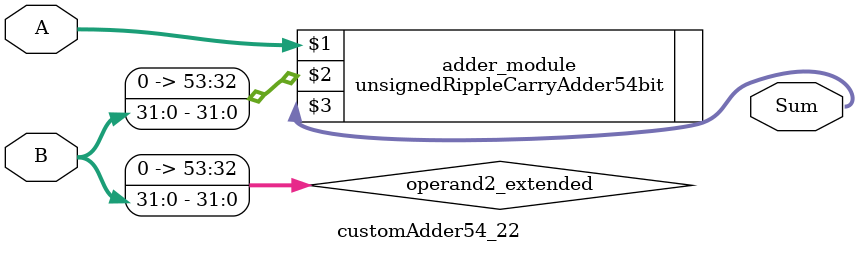
<source format=v>
module customAdder54_22(
                        input [53 : 0] A,
                        input [31 : 0] B,
                        
                        output [54 : 0] Sum
                );

        wire [53 : 0] operand2_extended;
        
        assign operand2_extended =  {22'b0, B};
        
        unsignedRippleCarryAdder54bit adder_module(
            A,
            operand2_extended,
            Sum
        );
        
        endmodule
        
</source>
